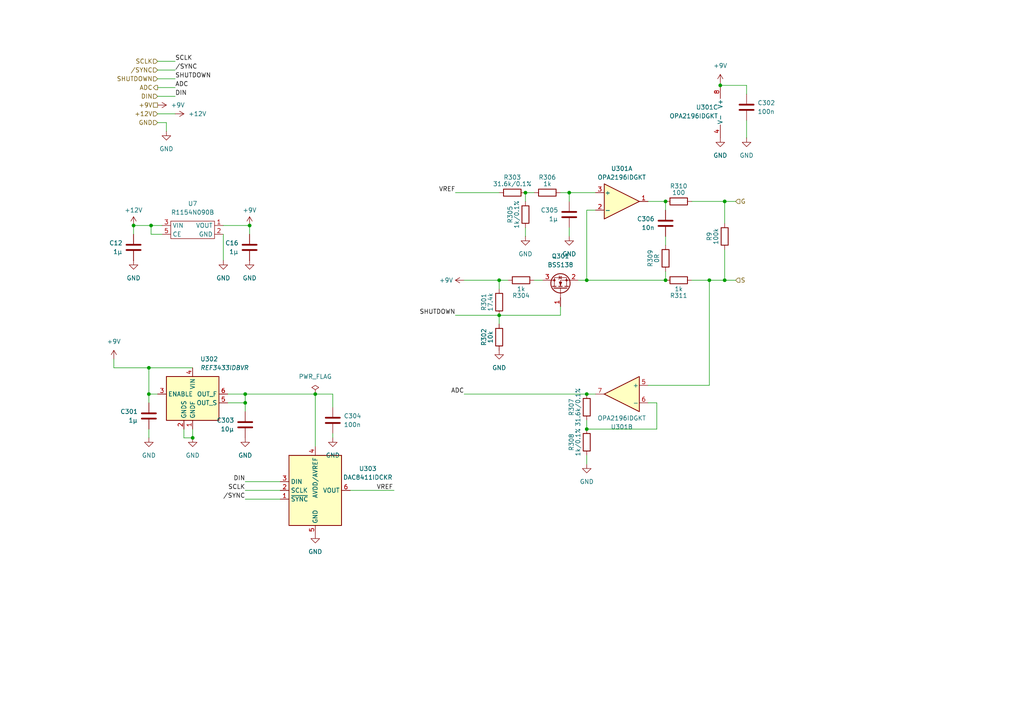
<source format=kicad_sch>
(kicad_sch (version 20250114) (generator "eeschema") (generator_version "9.0")
  (paper "A4")
  (lib_symbols
    (symbol "+12V_1" (power) (pin_numbers (hide yes)) (pin_names (offset 0) (hide yes))
      (property "Value" "+12V" (at 0 3.556 0))
      (symbol "+12V_1_0_1"
        (polyline (pts (xy -0.762 1.27) (xy 0 2.54)))
        (polyline (pts (xy 0 2.54) (xy 0.762 1.27)))
        (polyline (pts (xy 0 0) (xy 0 2.54)))
      )
      (symbol "+12V_1_1_1"
        (pin power_in line (at 0 0 90) (length 0) (name "~") (number "1"))
      )
    )
    (symbol "+9V_1" (power) (pin_numbers (hide yes)) (pin_names (offset 0) (hide yes))
      (property "Value" "+9V" (at 0 3.556 0))
      (symbol "+9V_1_0_1"
        (polyline (pts (xy -0.762 1.27) (xy 0 2.54)))
        (polyline (pts (xy 0 2.54) (xy 0.762 1.27)))
        (polyline (pts (xy 0 0) (xy 0 2.54)))
      )
      (symbol "+9V_1_1_1"
        (pin power_in line (at 0 0 90) (length 0) (name "~") (number "1"))
      )
    )
    (symbol "Amplifier_Operational:OPA2196xD" (pin_names (offset 0.127))
      (property "Reference" "U" (at 2.54 6.35 0))
      (property "Value" "OPA2196xD" (at 2.54 3.81 0))
      (symbol "OPA2196xD_1_1"
        (polyline (pts (xy 5.08 0) (xy -5.08 5.08) (xy -5.08 -5.08) (xy 5.08 0)) (stroke (width 0.254)) (fill (type background)))
        (pin input line (at -7.62 2.54 0) (length 2.54) (name "+") (number "3"))
        (pin input line (at -7.62 -2.54 0) (length 2.54) (name "-") (number "2"))
        (pin output line (at 7.62 0 180) (length 2.54) (name "~") (number "1"))
      )
      (symbol "OPA2196xD_2_1"
        (polyline (pts (xy 5.08 0) (xy -5.08 5.08) (xy -5.08 -5.08) (xy 5.08 0)) (stroke (width 0.254)) (fill (type background)))
        (pin input line (at -7.62 2.54 0) (length 2.54) (name "+") (number "5"))
        (pin input line (at -7.62 -2.54 0) (length 2.54) (name "-") (number "6"))
        (pin output line (at 7.62 0 180) (length 2.54) (name "~") (number "7"))
      )
      (symbol "OPA2196xD_3_1"
        (pin power_in line (at 0 7.62 270) (length 3.81) (name "V+") (number "8"))
        (pin power_in line (at 0 -7.62 90) (length 3.81) (name "V-") (number "4"))
      )
    )
    (symbol "Analog_DAC:DAC7311xDCK"
      (property "Reference" "U" (at -7.62 11.43 0))
      (property "Value" "DAC7311xDCK" (at 7.62 -11.43 0))
      (symbol "DAC7311xDCK_0_1"
        (rectangle (start -7.62 10.16) (end 7.62 -10.16) (stroke (width 0.254)) (fill (type background)))
      )
      (symbol "DAC7311xDCK_1_1"
        (pin input line (at -10.16 2.54 0) (length 2.54) (name "DIN") (number "3"))
        (pin input line (at -10.16 0 0) (length 2.54) (name "SCLK") (number "2"))
        (pin input line (at -10.16 -2.54 0) (length 2.54) (name "~{SYNC}") (number "1"))
        (pin power_in line (at 0 12.7 270) (length 2.54) (name "AVDD/AVREF") (number "4"))
        (pin power_in line (at 0 -12.7 90) (length 2.54) (name "GND") (number "5"))
        (pin output line (at 10.16 0 180) (length 2.54) (name "VOUT") (number "6"))
      )
    )
    (symbol "Device:C" (pin_numbers (hide yes)) (pin_names (offset 0.254))
      (property "Reference" "C" (at 0.635 2.54 0))
      (property "Value" "C" (at 0.635 -2.54 0))
      (symbol "C_0_1"
        (polyline (pts (xy -2.032 0.762) (xy 2.032 0.762)) (stroke (width 0.508)))
        (polyline (pts (xy -2.032 -0.762) (xy 2.032 -0.762)) (stroke (width 0.508)))
      )
      (symbol "C_1_1"
        (pin passive line (at 0 3.81 270) (length 2.794) (name "~") (number "1"))
        (pin passive line (at 0 -3.81 90) (length 2.794) (name "~") (number "2"))
      )
    )
    (symbol "Device:R" (pin_numbers (hide yes)) (pin_names (offset 0))
      (property "Reference" "R" (at 2.032 0 90))
      (property "Value" "R" (at 0 0 90))
      (symbol "R_0_1"
        (rectangle (start -1.016 -2.54) (end 1.016 2.54) (stroke (width 0.254)))
      )
      (symbol "R_1_1"
        (pin passive line (at 0 3.81 270) (length 1.27) (name "~") (number "1"))
        (pin passive line (at 0 -3.81 90) (length 1.27) (name "~") (number "2"))
      )
    )
    (symbol "Reference_Voltage:REF3212AMDBVREP"
      (property "Reference" "U" (at 1.27 8.89 0))
      (property "Value" "REF3212AMDBVREP" (at 1.27 6.35 0))
      (symbol "REF3212AMDBVREP_0_1"
        (rectangle (start -7.62 5.08) (end 7.62 -7.62) (stroke (width 0.254)) (fill (type background)))
      )
      (symbol "REF3212AMDBVREP_1_1"
        (pin input line (at -10.16 0 0) (length 2.54) (name "ENABLE") (number "3"))
        (pin input line (at -2.54 -10.16 90) (length 2.54) (name "GNDS") (number "2"))
        (pin power_in line (at 0 7.62 270) (length 2.54) (name "VIN") (number "4"))
        (pin power_in line (at 0 -10.16 90) (length 2.54) (name "GNDF") (number "1"))
        (pin output line (at 10.16 0 180) (length 2.54) (name "OUT_F") (number "6"))
        (pin input line (at 10.16 -2.54 180) (length 2.54) (name "OUT_S") (number "5"))
      )
    )
    (symbol "Transistor_FET:BSS138" (pin_names (hide yes))
      (property "Reference" "Q" (at 5.08 1.905 0))
      (property "Value" "BSS138" (at 5.08 0 0))
      (symbol "BSS138_0_1"
        (polyline (pts (xy 0.254 1.905) (xy 0.254 -1.905)) (stroke (width 0.254)))
        (polyline (pts (xy 0.254 0) (xy -2.54 0)))
        (polyline (pts (xy 0.762 2.286) (xy 0.762 1.27)) (stroke (width 0.254)))
        (polyline (pts (xy 0.762 0.508) (xy 0.762 -0.508)) (stroke (width 0.254)))
        (polyline (pts (xy 0.762 -1.27) (xy 0.762 -2.286)) (stroke (width 0.254)))
        (polyline (pts (xy 0.762 -1.778) (xy 3.302 -1.778) (xy 3.302 1.778) (xy 0.762 1.778)))
        (polyline (pts (xy 1.016 0) (xy 2.032 0.381) (xy 2.032 -0.381) (xy 1.016 0)) (fill (type outline)))
        (circle (center 1.651 0) (radius 2.794) (stroke (width 0.254)))
        (polyline (pts (xy 2.54 2.54) (xy 2.54 1.778)))
        (circle (center 2.54 1.778) (radius 0.254) (fill (type outline)))
        (circle (center 2.54 -1.778) (radius 0.254) (fill (type outline)))
        (polyline (pts (xy 2.54 -2.54) (xy 2.54 0) (xy 0.762 0)))
        (polyline (pts (xy 2.794 0.508) (xy 2.921 0.381) (xy 3.683 0.381) (xy 3.81 0.254)))
        (polyline (pts (xy 3.302 0.381) (xy 2.921 -0.254) (xy 3.683 -0.254) (xy 3.302 0.381)))
      )
      (symbol "BSS138_1_1"
        (pin input line (at -5.08 0 0) (length 2.54) (name "G") (number "1"))
        (pin passive line (at 2.54 5.08 270) (length 2.54) (name "D") (number "3"))
        (pin passive line (at 2.54 -5.08 90) (length 2.54) (name "S") (number "2"))
      )
    )
    (symbol "mylib7:R1154x"
      (property "Reference" "U" (at -3.81 3.81 0))
      (property "Value" "R1154x" (at -2.54 -3.81 0))
      (symbol "R1154x_0_1"
        (rectangle (start -6.35 2.54) (end 6.35 -2.54))
      )
      (symbol "R1154x_1_1"
        (pin power_in line (at -8.89 1.27 0) (length 2.54) (name "VIN") (number "3"))
        (pin input line (at -8.89 -1.27 0) (length 2.54) (name "CE") (number "5"))
        (pin power_out line (at 8.89 1.27 180) (length 2.54) (name "VOUT") (number "1"))
        (pin power_in line (at 8.89 -1.27 180) (length 2.54) (name "GND") (number "2"))
      )
    )
    (symbol "power:+12V" (power) (pin_names (offset 0))
      (property "Value" "+12V" (at 0 3.556 0))
      (symbol "+12V_0_1"
        (polyline (pts (xy -0.762 1.27) (xy 0 2.54)))
        (polyline (pts (xy 0 2.54) (xy 0.762 1.27)))
        (polyline (pts (xy 0 0) (xy 0 2.54)))
      )
      (symbol "+12V_1_1"
        (pin power_in line (at 0 0 90) (length 0) (hide yes) (name "+12V") (number "1"))
      )
    )
    (symbol "power:+9V" (power) (pin_names (offset 0))
      (property "Value" "+9V" (at 0 3.556 0))
      (symbol "+9V_0_1"
        (polyline (pts (xy -0.762 1.27) (xy 0 2.54)))
        (polyline (pts (xy 0 2.54) (xy 0.762 1.27)))
        (polyline (pts (xy 0 0) (xy 0 2.54)))
      )
      (symbol "+9V_1_1"
        (pin power_in line (at 0 0 90) (length 0) (hide yes) (name "+9V") (number "1"))
      )
    )
    (symbol "power:GND" (power) (pin_numbers (hide yes)) (pin_names (offset 0) (hide yes))
      (property "Value" "GND" (at 0 -3.81 0))
      (symbol "GND_0_1"
        (polyline (pts (xy 0 0) (xy 0 -1.27) (xy 1.27 -1.27) (xy 0 -2.54) (xy -1.27 -1.27) (xy 0 -1.27)))
      )
      (symbol "GND_1_1"
        (pin power_in line (at 0 0 270) (length 0) (name "~") (number "1"))
      )
    )
    (symbol "power:PWR_FLAG" (power) (pin_numbers (hide yes)) (pin_names (offset 0) (hide yes))
      (property "Value" "PWR_FLAG" (at 0 3.81 0))
      (symbol "PWR_FLAG_0_0"
        (pin power_out line (at 0 0 90) (length 0) (name "~") (number "1"))
      )
      (symbol "PWR_FLAG_0_1"
        (polyline (pts (xy 0 0) (xy 0 1.27) (xy -1.016 1.905) (xy 0 2.54) (xy 1.016 1.905) (xy 0 1.27)))
      )
    )
  )
  (junction (at 170.18 124.46))
  (junction (at 170.18 81.28))
  (junction (at 43.18 106.68))
  (junction (at 144.78 81.28))
  (junction (at 165.1 55.88))
  (junction (at 210.185 81.28))
  (junction (at 208.915 24.765))
  (junction (at 43.815 65.405))
  (junction (at 205.74 81.28))
  (junction (at 193.04 81.28))
  (junction (at 71.12 116.84))
  (junction (at 38.735 65.405))
  (junction (at 152.4 55.88))
  (junction (at 55.88 127))
  (junction (at 170.18 114.3))
  (junction (at 72.39 65.405))
  (junction (at 71.12 114.3))
  (junction (at 210.185 58.42))
  (junction (at 43.18 114.3))
  (junction (at 91.44 114.3))
  (junction (at 144.78 91.44))
  (junction (at 193.04 58.42))
  (wire (pts (xy 66.04 114.3) (xy 71.12 114.3)))
  (wire (pts (xy 43.815 67.945) (xy 46.99 67.945)))
  (wire (pts (xy 210.185 81.28) (xy 213.36 81.28)))
  (wire (pts (xy 134.62 81.28) (xy 144.78 81.28)))
  (wire (pts (xy 43.18 124.46) (xy 43.18 127)))
  (wire (pts (xy 48.26 35.56) (xy 48.26 38.1)))
  (wire (pts (xy 72.39 65.405) (xy 72.39 67.945)))
  (wire (pts (xy 45.72 35.56) (xy 48.26 35.56)))
  (wire (pts (xy 170.18 81.28) (xy 193.04 81.28)))
  (wire (pts (xy 216.535 24.765) (xy 216.535 27.305)))
  (wire (pts (xy 170.18 81.28) (xy 170.18 60.96)))
  (wire (pts (xy 134.62 114.3) (xy 170.18 114.3)))
  (wire (pts (xy 53.34 127) (xy 55.88 127)))
  (wire (pts (xy 33.02 106.68) (xy 33.02 104.14)))
  (wire (pts (xy 210.185 72.39) (xy 210.185 81.28)))
  (wire (pts (xy 71.12 139.7) (xy 81.28 139.7)))
  (wire (pts (xy 167.64 81.28) (xy 170.18 81.28)))
  (wire (pts (xy 190.5 124.46) (xy 190.5 116.84)))
  (wire (pts (xy 144.78 91.44) (xy 162.56 91.44)))
  (wire (pts (xy 216.535 34.925) (xy 216.535 40.005)))
  (wire (pts (xy 170.18 121.92) (xy 170.18 124.46)))
  (wire (pts (xy 170.18 60.96) (xy 172.72 60.96)))
  (wire (pts (xy 193.04 68.58) (xy 193.04 71.12)))
  (wire (pts (xy 165.1 66.04) (xy 165.1 68.58)))
  (wire (pts (xy 45.72 27.94) (xy 50.8 27.94)))
  (wire (pts (xy 165.1 55.88) (xy 165.1 58.42)))
  (wire (pts (xy 71.12 142.24) (xy 81.28 142.24)))
  (wire (pts (xy 33.02 106.68) (xy 43.18 106.68)))
  (wire (pts (xy 64.77 65.405) (xy 72.39 65.405)))
  (wire (pts (xy 45.72 25.4) (xy 50.8 25.4)))
  (wire (pts (xy 55.88 124.46) (xy 55.88 127)))
  (wire (pts (xy 43.815 65.405) (xy 46.99 65.405)))
  (wire (pts (xy 152.4 66.04) (xy 152.4 68.58)))
  (wire (pts (xy 45.72 33.02) (xy 50.8 33.02)))
  (wire (pts (xy 210.185 58.42) (xy 210.185 64.77)))
  (wire (pts (xy 144.78 81.28) (xy 144.78 83.82)))
  (wire (pts (xy 71.12 144.78) (xy 81.28 144.78)))
  (wire (pts (xy 101.6 142.24) (xy 114.3 142.24)))
  (wire (pts (xy 200.66 81.28) (xy 205.74 81.28)))
  (wire (pts (xy 170.18 132.08) (xy 170.18 134.62)))
  (wire (pts (xy 154.94 81.28) (xy 157.48 81.28)))
  (wire (pts (xy 193.04 58.42) (xy 193.04 60.96)))
  (wire (pts (xy 38.735 65.405) (xy 38.735 67.945)))
  (wire (pts (xy 71.12 116.84) (xy 71.12 119.38)))
  (wire (pts (xy 205.74 81.28) (xy 210.185 81.28)))
  (wire (pts (xy 190.5 116.84) (xy 187.96 116.84)))
  (wire (pts (xy 43.18 114.3) (xy 43.18 116.84)))
  (wire (pts (xy 170.18 124.46) (xy 190.5 124.46)))
  (wire (pts (xy 45.72 22.86) (xy 50.8 22.86)))
  (wire (pts (xy 53.34 124.46) (xy 53.34 127)))
  (wire (pts (xy 43.18 106.68) (xy 55.88 106.68)))
  (wire (pts (xy 210.185 58.42) (xy 213.36 58.42)))
  (wire (pts (xy 43.815 65.405) (xy 38.735 65.405)))
  (wire (pts (xy 71.12 114.3) (xy 91.44 114.3)))
  (wire (pts (xy 132.08 55.88) (xy 144.78 55.88)))
  (wire (pts (xy 165.1 55.88) (xy 172.72 55.88)))
  (wire (pts (xy 43.18 114.3) (xy 45.72 114.3)))
  (wire (pts (xy 187.96 58.42) (xy 193.04 58.42)))
  (wire (pts (xy 172.72 114.3) (xy 170.18 114.3)))
  (wire (pts (xy 193.04 78.74) (xy 193.04 81.28)))
  (wire (pts (xy 66.04 116.84) (xy 71.12 116.84)))
  (wire (pts (xy 96.52 114.3) (xy 91.44 114.3)))
  (wire (pts (xy 43.815 67.945) (xy 43.815 65.405)))
  (wire (pts (xy 162.56 91.44) (xy 162.56 88.9)))
  (wire (pts (xy 45.72 17.78) (xy 50.8 17.78)))
  (wire (pts (xy 96.52 125.73) (xy 96.52 127)))
  (wire (pts (xy 132.08 91.44) (xy 144.78 91.44)))
  (wire (pts (xy 71.12 114.3) (xy 71.12 116.84)))
  (wire (pts (xy 205.74 111.76) (xy 205.74 81.28)))
  (wire (pts (xy 64.77 75.565) (xy 64.77 67.945)))
  (wire (pts (xy 152.4 55.88) (xy 152.4 58.42)))
  (wire (pts (xy 91.44 114.3) (xy 91.44 129.54)))
  (wire (pts (xy 208.915 24.765) (xy 216.535 24.765)))
  (wire (pts (xy 144.78 91.44) (xy 144.78 93.98)))
  (wire (pts (xy 187.96 111.76) (xy 205.74 111.76)))
  (wire (pts (xy 162.56 55.88) (xy 165.1 55.88)))
  (wire (pts (xy 45.72 20.32) (xy 50.8 20.32)))
  (wire (pts (xy 208.915 24.765) (xy 208.915 24.13)))
  (wire (pts (xy 144.78 81.28) (xy 147.32 81.28)))
  (wire (pts (xy 152.4 55.88) (xy 154.94 55.88)))
  (wire (pts (xy 43.18 114.3) (xy 43.18 106.68)))
  (wire (pts (xy 200.66 58.42) (xy 210.185 58.42)))
  (wire (pts (xy 96.52 118.11) (xy 96.52 114.3)))
  (label "ADC" (at 50.8 25.4 0))
  (label "{slash}SYNC" (at 71.12 144.78 180))
  (label "VREF" (at 132.08 55.88 180))
  (label "{slash}SYNC" (at 50.8 20.32 0))
  (label "SHUTDOWN" (at 132.08 91.44 180))
  (label "DIN" (at 50.8 27.94 0))
  (label "DIN" (at 71.12 139.7 180))
  (label "SCLK" (at 71.12 142.24 180))
  (label "VREF" (at 109.22 142.24 0))
  (label "SHUTDOWN" (at 50.8 22.86 0))
  (label "SCLK" (at 50.8 17.78 0))
  (label "ADC" (at 134.62 114.3 180))
  (hierarchical_label "SCLK" (shape input) (at 45.72 17.78 180))
  (hierarchical_label "SHUTDOWN" (shape input) (at 45.72 22.86 180))
  (hierarchical_label "+9V" (shape passive) (at 45.72 30.48 180))
  (hierarchical_label "ADC" (shape output) (at 45.72 25.4 180))
  (hierarchical_label "DIN" (shape input) (at 45.72 27.94 180))
  (hierarchical_label "GND" (shape input) (at 45.72 35.56 180))
  (hierarchical_label "S" (shape input) (at 213.36 81.28 0))
  (hierarchical_label "{slash}SYNC" (shape input) (at 45.72 20.32 180))
  (hierarchical_label "+12V" (shape input) (at 45.72 33.02 180))
  (hierarchical_label "G" (shape input) (at 213.36 58.42 0))
  (symbol (lib_id "Device:R") (at 148.59 55.88 270) (mirror x) (unit 1)
    (property "Reference" "R203" (at 148.59 51.435 90))
    (property "Value" "31.6k/0.1%" (at 148.59 53.34 90))
    (property "Footprint" "Resistor_SMD:R_0603_1608Metric" (effects (hide yes)))
    (property "Distributor" "D" (effects (hide yes)))
    (property "Manufacturer" "RG2012P-3162-B-T5" (effects (hide yes)))
    (property "OrderNr" "RG20P31.6KBCT-ND" (effects (hide yes)))
    (instances (project "eload-pwr" (path "" (reference "R303") (unit 1)) (path "" (reference "R403") (unit 1)) (path "" (reference "R203") (unit 1)) (path "" (reference "R503") (unit 1))))
  )
  (symbol (lib_id "Device:R") (at 151.13 81.28 90) (mirror x) (unit 1)
    (property "Reference" "R204" (at 151.13 85.725 90))
    (property "Value" "1k" (at 151.13 83.82 90))
    (property "Footprint" "Resistor_SMD:R_0603_1608Metric" (effects (hide yes)))
    (instances (project "eload-pwr" (path "" (reference "R304") (unit 1)) (path "" (reference "R404") (unit 1)) (path "" (reference "R204") (unit 1)) (path "" (reference "R504") (unit 1))))
  )
  (symbol (lib_id "Device:R") (at 210.185 68.58 180) (unit 1)
    (property "Reference" "R7" (at 205.74 68.58 90))
    (property "Value" "100k" (at 207.645 68.58 90))
    (property "Footprint" "Resistor_SMD:R_0603_1608Metric" (effects (hide yes)))
    (instances (project "eload-pwr" (path "" (reference "R9") (unit 1)) (path "" (reference "R10") (unit 1)) (path "" (reference "R7") (unit 1)) (path "" (reference "R11") (unit 1))))
  )
  (symbol (lib_id "Device:C") (at 43.18 120.65 0) (mirror y) (unit 1)
    (property "Reference" "C201" (at 40.005 119.38 0) (effects (justify left)))
    (property "Value" "1µ" (at 40.005 121.92 0) (effects (justify left)))
    (property "Footprint" "Capacitor_SMD:C_0603_1608Metric" (effects (hide yes)))
    (instances (project "eload-pwr" (path "" (reference "C301") (unit 1)) (path "" (reference "C401") (unit 1)) (path "" (reference "C201") (unit 1)) (path "" (reference "C501") (unit 1))))
  )
  (symbol (lib_id "power:GND") (at 72.39 75.565 0) (unit 1)
    (property "Reference" "#PWR050" (effects (hide yes)))
    (property "Value" "GND" (at 72.39 80.645 0))
    (property "Description" "Power symbol creates a global label with name \"GND\" , ground" (effects (hide yes)))
    (instances (project "eload-pwr" (path "" (reference "#PWR075") (unit 1)) (path "" (reference "#PWR080") (unit 1)) (path "" (reference "#PWR050") (unit 1)) (path "" (reference "#PWR085") (unit 1))))
  )
  (symbol (lib_id "power:GND") (at 216.535 40.005 0) (unit 1)
    (property "Reference" "#PWR0208" (effects (hide yes)))
    (property "Value" "GND" (at 216.535 45.085 0))
    (property "Description" "Power symbol creates a global label with name \"GND\" , ground" (effects (hide yes)))
    (instances (project "eload-pwr" (path "" (reference "#PWR0308") (unit 1)) (path "" (reference "#PWR0408") (unit 1)) (path "" (reference "#PWR0208") (unit 1)) (path "" (reference "#PWR0508") (unit 1))))
  )
  (symbol (lib_id "power:+9V") (at 72.39 65.405 0) (unit 1)
    (property "Reference" "#PWR042" (effects (hide yes)))
    (property "Value" "+9V" (at 72.39 60.96 0))
    (instances (project "eload-pwr" (path "" (reference "#PWR074") (unit 1)) (path "" (reference "#PWR079") (unit 1)) (path "" (reference "#PWR042") (unit 1)) (path "" (reference "#PWR084") (unit 1))))
  )
  (symbol (lib_id "mylib7:R1154x") (at 55.88 66.675 0) (unit 1)
    (property "Reference" "U6" (at 55.88 59.055 0))
    (property "Value" "R1154N090B" (at 55.88 61.595 0))
    (property "Footprint" "Package_TO_SOT_SMD:SOT-23-5" (effects (hide yes)))
    (property "Distributor" "D" (effects (hide yes)))
    (property "Manufacturer" "R1154N090B-TR-FE" (effects (hide yes)))
    (property "OrderNr" "2129-R1154N090B-TR-FECT-ND" (effects (hide yes)))
    (instances (project "eload-pwr" (path "" (reference "U7") (unit 1)) (path "" (reference "U8") (unit 1)) (path "" (reference "U6") (unit 1)) (path "" (reference "U9") (unit 1))))
  )
  (symbol (lib_id "Transistor_FET:BSS138") (at 162.56 83.82 90) (unit 1)
    (property "Reference" "Q201" (at 162.56 74.295 90))
    (property "Value" "BSS138" (at 162.56 76.835 90))
    (property "Footprint" "Package_TO_SOT_SMD:SOT-23" (effects (hide yes)))
    (property "Datasheet" "https://www.onsemi.com/pub/Collateral/BSS138-D.PDF" (effects (hide yes)))
    (property "Distributor" "D" (effects (hide yes)))
    (property "Manufacturer" "BSS138" (effects (hide yes)))
    (property "OrderNr" "4530-BSS138CT-ND" (effects (hide yes)))
    (instances (project "eload-pwr" (path "" (reference "Q301") (unit 1)) (path "" (reference "Q401") (unit 1)) (path "" (reference "Q201") (unit 1)) (path "" (reference "Q501") (unit 1))))
  )
  (symbol (lib_id "power:GND") (at 144.78 101.6 0) (unit 1)
    (property "Reference" "#PWR0213" (effects (hide yes)))
    (property "Value" "GND" (at 144.78 106.68 0))
    (property "Description" "Power symbol creates a global label with name \"GND\" , ground" (effects (hide yes)))
    (instances (project "eload-pwr" (path "" (reference "#PWR0313") (unit 1)) (path "" (reference "#PWR0413") (unit 1)) (path "" (reference "#PWR0213") (unit 1)) (path "" (reference "#PWR0513") (unit 1))))
  )
  (symbol (lib_id "Device:R") (at 152.4 62.23 180) (unit 1)
    (property "Reference" "R205" (at 147.955 62.23 90))
    (property "Value" "1k/0.1%" (at 149.86 62.23 90))
    (property "Footprint" "Resistor_SMD:R_0603_1608Metric" (effects (hide yes)))
    (property "Distributor" "D" (effects (hide yes)))
    (property "Manufacturer" "RG2012P-102-B-T5" (effects (hide yes)))
    (property "OrderNr" "RG20P1.0KBCT-ND" (effects (hide yes)))
    (instances (project "eload-pwr" (path "" (reference "R305") (unit 1)) (path "" (reference "R405") (unit 1)) (path "" (reference "R205") (unit 1)) (path "" (reference "R505") (unit 1))))
  )
  (symbol (lib_id "Device:C") (at 71.12 123.19 0) (mirror y) (unit 1)
    (property "Reference" "C203" (at 67.945 121.92 0) (effects (justify left)))
    (property "Value" "10µ" (at 67.945 124.46 0) (effects (justify left)))
    (property "Footprint" "Capacitor_SMD:C_0603_1608Metric" (effects (hide yes)))
    (instances (project "eload-pwr" (path "" (reference "C303") (unit 1)) (path "" (reference "C403") (unit 1)) (path "" (reference "C203") (unit 1)) (path "" (reference "C503") (unit 1))))
  )
  (symbol (lib_id "power:GND") (at 152.4 68.58 0) (unit 1)
    (property "Reference" "#PWR0214" (effects (hide yes)))
    (property "Value" "GND" (at 152.4 73.66 0))
    (property "Description" "Power symbol creates a global label with name \"GND\" , ground" (effects (hide yes)))
    (instances (project "eload-pwr" (path "" (reference "#PWR0314") (unit 1)) (path "" (reference "#PWR0414") (unit 1)) (path "" (reference "#PWR0214") (unit 1)) (path "" (reference "#PWR0514") (unit 1))))
  )
  (symbol (lib_id "power:PWR_FLAG") (at 91.44 114.3 0) (unit 1)
    (property "Reference" "#FLG08" (effects (hide yes)))
    (property "Value" "PWR_FLAG" (at 91.44 109.22 0))
    (property "Description" "Special symbol for telling ERC where power comes from" (effects (hide yes)))
    (instances (project "eload-pwr" (path "" (reference "#FLG09") (unit 1)) (path "" (reference "#FLG010") (unit 1)) (path "" (reference "#FLG08") (unit 1)) (path "" (reference "#FLG011") (unit 1))))
  )
  (symbol (lib_id "Amplifier_Operational:OPA2196xD") (at 180.34 114.3 0) (mirror y) (unit 2)
    (property "Reference" "U201" (at 180.34 123.825 0))
    (property "Value" "OPA2196IDGKT" (at 180.34 121.285 0))
    (property "Footprint" "Package_SO:VSSOP-8_3.0x3.0mm_P0.65mm" (effects (hide yes)))
    (property "Datasheet" "http://www.ti.com/lit/ds/symlink/opa4196.pdf" (effects (hide yes)))
    (property "Distributor" "D" (effects (hide yes)))
    (property "Manufacturer" "OPA2196IDGKT" (effects (hide yes)))
    (property "OrderNr" "296-48158-1-ND" (effects (hide yes)))
    (instances (project "eload-pwr" (path "" (reference "U301") (unit 2)) (path "" (reference "U401") (unit 2)) (path "" (reference "U201") (unit 2)) (path "" (reference "U501") (unit 2))))
  )
  (symbol (lib_id "power:+9V") (at 33.02 104.14 0) (unit 1)
    (property "Reference" "#PWR0203" (effects (hide yes)))
    (property "Value" "+9V" (at 33.02 99.06 0))
    (instances (project "eload-pwr" (path "" (reference "#PWR0303") (unit 1)) (path "" (reference "#PWR0403") (unit 1)) (path "" (reference "#PWR0203") (unit 1)) (path "" (reference "#PWR0503") (unit 1))))
  )
  (symbol (lib_id "Device:R") (at 144.78 97.79 0) (mirror y) (unit 1)
    (property "Reference" "R202" (at 140.335 97.79 90))
    (property "Value" "10k" (at 142.24 97.79 90))
    (property "Footprint" "Resistor_SMD:R_0603_1608Metric" (effects (hide yes)))
    (instances (project "eload-pwr" (path "" (reference "R302") (unit 1)) (path "" (reference "R402") (unit 1)) (path "" (reference "R202") (unit 1)) (path "" (reference "R502") (unit 1))))
  )
  (symbol (lib_id "power:GND") (at 64.77 75.565 0) (unit 1)
    (property "Reference" "#PWR040" (effects (hide yes)))
    (property "Value" "GND" (at 64.77 80.645 0))
    (property "Description" "Power symbol creates a global label with name \"GND\" , ground" (effects (hide yes)))
    (instances (project "eload-pwr" (path "" (reference "#PWR073") (unit 1)) (path "" (reference "#PWR078") (unit 1)) (path "" (reference "#PWR040") (unit 1)) (path "" (reference "#PWR083") (unit 1))))
  )
  (symbol (lib_name "+9V_1") (lib_id "power:+9V") (at 45.72 30.48 270) (unit 1)
    (property "Reference" "#PWR089" (effects (hide yes)))
    (property "Value" "+9V" (at 49.53 30.4799 90) (effects (justify left)))
    (property "Description" "Power symbol creates a global label with name \"+9V\"" (effects (hide yes)))
    (instances (project "eload-pwr" (path "" (reference "#PWR090") (unit 1)) (path "" (reference "#PWR091") (unit 1)) (path "" (reference "#PWR089") (unit 1)) (path "" (reference "#PWR092") (unit 1))))
  )
  (symbol (lib_id "Device:C") (at 165.1 62.23 0) (mirror y) (unit 1)
    (property "Reference" "C205" (at 161.925 60.96 0) (effects (justify left)))
    (property "Value" "1µ" (at 161.925 63.5 0) (effects (justify left)))
    (property "Footprint" "Capacitor_SMD:C_0603_1608Metric" (effects (hide yes)))
    (instances (project "eload-pwr" (path "" (reference "C305") (unit 1)) (path "" (reference "C405") (unit 1)) (path "" (reference "C205") (unit 1)) (path "" (reference "C505") (unit 1))))
  )
  (symbol (lib_id "power:+9V") (at 208.915 24.13 0) (unit 1)
    (property "Reference" "#PWR0204" (effects (hide yes)))
    (property "Value" "+9V" (at 208.915 19.05 0))
    (instances (project "eload-pwr" (path "" (reference "#PWR0304") (unit 1)) (path "" (reference "#PWR0404") (unit 1)) (path "" (reference "#PWR0204") (unit 1)) (path "" (reference "#PWR0504") (unit 1))))
  )
  (symbol (lib_id "Reference_Voltage:REF3212AMDBVREP") (at 55.88 114.3 0) (unit 1)
    (property "Reference" "U202" (at 58.0741 104.14 0) (effects (justify left)))
    (property "Value" "REF3433IDBVR" (at 58.0741 106.68 0) (effects (font (italic yes)) (justify left)))
    (property "Footprint" "Package_TO_SOT_SMD:SOT-23-6" (effects (hide yes)))
    (property "Datasheet" "http://www.ti.com/lit/ds/symlink/ref3240-ep.pdf" (effects (hide yes)))
    (property "Description" "1.25V 100μA Micropower Precision Voltage Reference, SOT-23-6" (effects (hide yes)))
    (property "Distributor" "D" (effects (hide yes)))
    (property "Manufacturer" "REF3433IDBVR" (effects (hide yes)))
    (property "OrderNr" "296-49859-1-ND" (effects (hide yes)))
    (instances (project "eload-pwr" (path "" (reference "U302") (unit 1)) (path "" (reference "U402") (unit 1)) (path "" (reference "U202") (unit 1)) (path "" (reference "U502") (unit 1))))
  )
  (symbol (lib_id "Device:R") (at 158.75 55.88 90) (unit 1)
    (property "Reference" "R206" (at 158.75 51.435 90))
    (property "Value" "1k" (at 158.75 53.34 90))
    (property "Footprint" "Resistor_SMD:R_0603_1608Metric" (effects (hide yes)))
    (instances (project "eload-pwr" (path "" (reference "R306") (unit 1)) (path "" (reference "R406") (unit 1)) (path "" (reference "R206") (unit 1)) (path "" (reference "R506") (unit 1))))
  )
  (symbol (lib_id "Device:R") (at 170.18 118.11 0) (mirror y) (unit 1)
    (property "Reference" "R207" (at 165.735 118.11 90))
    (property "Value" "31.6k/0.1%" (at 167.64 118.11 90))
    (property "Footprint" "Resistor_SMD:R_0603_1608Metric" (effects (hide yes)))
    (property "Distributor" "D" (effects (hide yes)))
    (property "Manufacturer" "RG2012P-3162-B-T5" (effects (hide yes)))
    (property "OrderNr" "RG20P31.6KBCT-ND" (effects (hide yes)))
    (instances (project "eload-pwr" (path "" (reference "R307") (unit 1)) (path "" (reference "R407") (unit 1)) (path "" (reference "R207") (unit 1)) (path "" (reference "R507") (unit 1))))
  )
  (symbol (lib_id "Device:C") (at 96.52 121.92 0) (unit 1)
    (property "Reference" "C204" (at 99.695 120.65 0) (effects (justify left)))
    (property "Value" "100n" (at 99.695 123.19 0) (effects (justify left)))
    (property "Footprint" "Capacitor_SMD:C_0603_1608Metric" (effects (hide yes)))
    (instances (project "eload-pwr" (path "" (reference "C304") (unit 1)) (path "" (reference "C404") (unit 1)) (path "" (reference "C204") (unit 1)) (path "" (reference "C504") (unit 1))))
  )
  (symbol (lib_id "Device:C") (at 38.735 71.755 0) (mirror y) (unit 1)
    (property "Reference" "C8" (at 35.56 70.485 0) (effects (justify left)))
    (property "Value" "1µ" (at 35.56 73.025 0) (effects (justify left)))
    (property "Footprint" "Capacitor_SMD:C_0603_1608Metric" (effects (hide yes)))
    (instances (project "eload-pwr" (path "" (reference "C12") (unit 1)) (path "" (reference "C17") (unit 1)) (path "" (reference "C8") (unit 1)) (path "" (reference "C22") (unit 1))))
  )
  (symbol (lib_id "power:GND") (at 71.12 127 0) (unit 1)
    (property "Reference" "#PWR0209" (effects (hide yes)))
    (property "Value" "GND" (at 71.12 132.08 0))
    (property "Description" "Power symbol creates a global label with name \"GND\" , ground" (effects (hide yes)))
    (instances (project "eload-pwr" (path "" (reference "#PWR0309") (unit 1)) (path "" (reference "#PWR0409") (unit 1)) (path "" (reference "#PWR0209") (unit 1)) (path "" (reference "#PWR0509") (unit 1))))
  )
  (symbol (lib_id "Device:R") (at 170.18 128.27 0) (mirror y) (unit 1)
    (property "Reference" "R208" (at 165.735 128.27 90))
    (property "Value" "1k/0.1%" (at 167.64 128.27 90))
    (property "Footprint" "Resistor_SMD:R_0603_1608Metric" (effects (hide yes)))
    (property "Distributor" "D" (effects (hide yes)))
    (property "Manufacturer" "RG2012P-102-B-T5" (effects (hide yes)))
    (property "OrderNr" "RG20P1.0KBCT-ND" (effects (hide yes)))
    (instances (project "eload-pwr" (path "" (reference "R308") (unit 1)) (path "" (reference "R408") (unit 1)) (path "" (reference "R208") (unit 1)) (path "" (reference "R508") (unit 1))))
  )
  (symbol (lib_id "Device:C") (at 72.39 71.755 0) (mirror y) (unit 1)
    (property "Reference" "C9" (at 69.215 70.485 0) (effects (justify left)))
    (property "Value" "1µ" (at 69.215 73.025 0) (effects (justify left)))
    (property "Footprint" "Capacitor_SMD:C_0603_1608Metric" (effects (hide yes)))
    (instances (project "eload-pwr" (path "" (reference "C16") (unit 1)) (path "" (reference "C21") (unit 1)) (path "" (reference "C9") (unit 1)) (path "" (reference "C23") (unit 1))))
  )
  (symbol (lib_id "power:GND") (at 91.44 154.94 0) (unit 1)
    (property "Reference" "#PWR0210" (effects (hide yes)))
    (property "Value" "GND" (at 91.44 160.02 0))
    (property "Description" "Power symbol creates a global label with name \"GND\" , ground" (effects (hide yes)))
    (instances (project "eload-pwr" (path "" (reference "#PWR0310") (unit 1)) (path "" (reference "#PWR0410") (unit 1)) (path "" (reference "#PWR0210") (unit 1)) (path "" (reference "#PWR0510") (unit 1))))
  )
  (symbol (lib_id "Analog_DAC:DAC7311xDCK") (at 91.44 142.24 0) (unit 1)
    (property "Reference" "U203" (at 106.68 135.9214 0))
    (property "Value" "DAC8411IDCKR" (at 106.68 138.4614 0))
    (property "Footprint" "Package_TO_SOT_SMD:SOT-363_SC-70-6" (effects (hide yes)))
    (property "Datasheet" "https://www.ti.com/lit/ds/symlink/dac5311.pdf" (effects (hide yes)))
    (property "Description" "12-Bit, Single-Channel, Voltage Output, Serial Interface Digital-to-Analog Converters, SC-70" (effects (hide yes)))
    (property "Distributor" "D" (effects (hide yes)))
    (property "Manufacturer" "DAC8411IDCKR" (effects (hide yes)))
    (property "OrderNr" "296-DAC8411IDCKRCT-ND" (effects (hide yes)))
    (instances (project "eload-pwr" (path "" (reference "U303") (unit 1)) (path "" (reference "U403") (unit 1)) (path "" (reference "U203") (unit 1)) (path "" (reference "U503") (unit 1))))
  )
  (symbol (lib_id "power:+9V") (at 134.62 81.28 90) (unit 1)
    (property "Reference" "#PWR0212" (effects (hide yes)))
    (property "Value" "+9V" (at 131.445 81.28 90) (effects (justify left)))
    (instances (project "eload-pwr" (path "" (reference "#PWR0312") (unit 1)) (path "" (reference "#PWR0412") (unit 1)) (path "" (reference "#PWR0212") (unit 1)) (path "" (reference "#PWR0512") (unit 1))))
  )
  (symbol (lib_id "power:GND") (at 208.915 40.005 0) (unit 1)
    (property "Reference" "#PWR0206" (effects (hide yes)))
    (property "Value" "GND" (at 208.915 45.085 0))
    (property "Description" "Power symbol creates a global label with name \"GND\" , ground" (effects (hide yes)))
    (instances (project "eload-pwr" (path "" (reference "#PWR0306") (unit 1)) (path "" (reference "#PWR0406") (unit 1)) (path "" (reference "#PWR0206") (unit 1)) (path "" (reference "#PWR0506") (unit 1))))
  )
  (symbol (lib_id "power:GND") (at 170.18 134.62 0) (unit 1)
    (property "Reference" "#PWR0216" (effects (hide yes)))
    (property "Value" "GND" (at 170.18 139.7 0))
    (property "Description" "Power symbol creates a global label with name \"GND\" , ground" (effects (hide yes)))
    (instances (project "eload-pwr" (path "" (reference "#PWR0316") (unit 1)) (path "" (reference "#PWR0416") (unit 1)) (path "" (reference "#PWR0216") (unit 1)) (path "" (reference "#PWR0516") (unit 1))))
  )
  (symbol (lib_name "+12V_1") (lib_id "power:+12V") (at 50.8 33.02 270) (unit 1)
    (property "Reference" "#PWR026" (effects (hide yes)))
    (property "Value" "+12V" (at 54.61 33.0199 90) (effects (justify left)))
    (property "Description" "Power symbol creates a global label with name \"+12V\"" (effects (hide yes)))
    (instances (project "eload-pwr" (path "" (reference "#PWR027") (unit 1)) (path "" (reference "#PWR028") (unit 1)) (path "" (reference "#PWR026") (unit 1)) (path "" (reference "#PWR030") (unit 1))))
  )
  (symbol (lib_id "Amplifier_Operational:OPA2196xD") (at 208.915 32.385 0) (mirror y) (unit 3)
    (property "Reference" "U201" (at 208.28 31.115 0) (effects (justify left)))
    (property "Value" "OPA2196IDGKT" (at 208.28 33.655 0) (effects (justify left)))
    (property "Footprint" "Package_SO:VSSOP-8_3.0x3.0mm_P0.65mm" (effects (hide yes)))
    (property "Datasheet" "http://www.ti.com/lit/ds/symlink/opa4196.pdf" (effects (hide yes)))
    (property "Distributor" "D" (effects (hide yes)))
    (property "Manufacturer" "OPA2196IDGKT" (effects (hide yes)))
    (property "OrderNr" "296-48158-1-ND" (effects (hide yes)))
    (instances (project "eload-pwr" (path "" (reference "U301") (unit 3)) (path "" (reference "U401") (unit 3)) (path "" (reference "U201") (unit 3)) (path "" (reference "U501") (unit 3))))
  )
  (symbol (lib_id "power:GND") (at 48.26 38.1 0) (unit 1)
    (property "Reference" "#PWR0201" (effects (hide yes)))
    (property "Value" "GND" (at 48.26 43.18 0))
    (property "Description" "Power symbol creates a global label with name \"GND\" , ground" (effects (hide yes)))
    (instances (project "eload-pwr" (path "" (reference "#PWR0301") (unit 1)) (path "" (reference "#PWR0401") (unit 1)) (path "" (reference "#PWR0201") (unit 1)) (path "" (reference "#PWR0501") (unit 1))))
  )
  (symbol (lib_id "power:GND") (at 38.735 75.565 0) (unit 1)
    (property "Reference" "#PWR035" (effects (hide yes)))
    (property "Value" "GND" (at 38.735 80.645 0))
    (property "Description" "Power symbol creates a global label with name \"GND\" , ground" (effects (hide yes)))
    (instances (project "eload-pwr" (path "" (reference "#PWR072") (unit 1)) (path "" (reference "#PWR077") (unit 1)) (path "" (reference "#PWR035") (unit 1)) (path "" (reference "#PWR082") (unit 1))))
  )
  (symbol (lib_id "Device:C") (at 193.04 64.77 0) (mirror y) (unit 1)
    (property "Reference" "C206" (at 189.865 63.5 0) (effects (justify left)))
    (property "Value" "10n" (at 189.865 66.04 0) (effects (justify left)))
    (property "Footprint" "Capacitor_SMD:C_0603_1608Metric" (effects (hide yes)))
    (instances (project "eload-pwr" (path "" (reference "C306") (unit 1)) (path "" (reference "C406") (unit 1)) (path "" (reference "C206") (unit 1)) (path "" (reference "C506") (unit 1))))
  )
  (symbol (lib_id "Device:R") (at 193.04 74.93 180) (unit 1)
    (property "Reference" "R209" (at 188.595 74.93 90))
    (property "Value" "0R" (at 190.5 74.93 90))
    (property "Footprint" "Resistor_SMD:R_0603_1608Metric" (effects (hide yes)))
    (instances (project "eload-pwr" (path "" (reference "R309") (unit 1)) (path "" (reference "R409") (unit 1)) (path "" (reference "R209") (unit 1)) (path "" (reference "R509") (unit 1))))
  )
  (symbol (lib_id "power:GND") (at 96.52 127 0) (unit 1)
    (property "Reference" "#PWR0211" (effects (hide yes)))
    (property "Value" "GND" (at 96.52 132.08 0))
    (property "Description" "Power symbol creates a global label with name \"GND\" , ground" (effects (hide yes)))
    (instances (project "eload-pwr" (path "" (reference "#PWR0311") (unit 1)) (path "" (reference "#PWR0411") (unit 1)) (path "" (reference "#PWR0211") (unit 1)) (path "" (reference "#PWR0511") (unit 1))))
  )
  (symbol (lib_id "Device:R") (at 144.78 87.63 0) (mirror y) (unit 1)
    (property "Reference" "R201" (at 140.335 87.63 90))
    (property "Value" "17.4k" (at 142.24 87.63 90))
    (property "Footprint" "Resistor_SMD:R_0603_1608Metric" (effects (hide yes)))
    (instances (project "eload-pwr" (path "" (reference "R301") (unit 1)) (path "" (reference "R401") (unit 1)) (path "" (reference "R201") (unit 1)) (path "" (reference "R501") (unit 1))))
  )
  (symbol (lib_id "Device:C") (at 216.535 31.115 0) (unit 1)
    (property "Reference" "C202" (at 219.71 29.845 0) (effects (justify left)))
    (property "Value" "100n" (at 219.71 32.385 0) (effects (justify left)))
    (property "Footprint" "Capacitor_SMD:C_0603_1608Metric" (effects (hide yes)))
    (instances (project "eload-pwr" (path "" (reference "C302") (unit 1)) (path "" (reference "C402") (unit 1)) (path "" (reference "C202") (unit 1)) (path "" (reference "C502") (unit 1))))
  )
  (symbol (lib_id "Device:R") (at 196.85 81.28 90) (mirror x) (unit 1)
    (property "Reference" "R211" (at 196.85 85.725 90))
    (property "Value" "1k" (at 196.85 83.82 90))
    (property "Footprint" "Resistor_SMD:R_0603_1608Metric" (effects (hide yes)))
    (instances (project "eload-pwr" (path "" (reference "R311") (unit 1)) (path "" (reference "R411") (unit 1)) (path "" (reference "R211") (unit 1)) (path "" (reference "R511") (unit 1))))
  )
  (symbol (lib_id "power:+12V") (at 38.735 65.405 0) (unit 1)
    (property "Reference" "#PWR034" (effects (hide yes)))
    (property "Value" "+12V" (at 38.735 60.96 0))
    (instances (project "eload-pwr" (path "" (reference "#PWR071") (unit 1)) (path "" (reference "#PWR076") (unit 1)) (path "" (reference "#PWR034") (unit 1)) (path "" (reference "#PWR081") (unit 1))))
  )
  (symbol (lib_id "power:GND") (at 165.1 68.58 0) (unit 1)
    (property "Reference" "#PWR0215" (effects (hide yes)))
    (property "Value" "GND" (at 165.1 73.66 0))
    (property "Description" "Power symbol creates a global label with name \"GND\" , ground" (effects (hide yes)))
    (instances (project "eload-pwr" (path "" (reference "#PWR0315") (unit 1)) (path "" (reference "#PWR0415") (unit 1)) (path "" (reference "#PWR0215") (unit 1)) (path "" (reference "#PWR0515") (unit 1))))
  )
  (symbol (lib_id "power:GND") (at 55.88 127 0) (unit 1)
    (property "Reference" "#PWR0207" (effects (hide yes)))
    (property "Value" "GND" (at 55.88 132.08 0))
    (property "Description" "Power symbol creates a global label with name \"GND\" , ground" (effects (hide yes)))
    (instances (project "eload-pwr" (path "" (reference "#PWR0307") (unit 1)) (path "" (reference "#PWR0407") (unit 1)) (path "" (reference "#PWR0207") (unit 1)) (path "" (reference "#PWR0507") (unit 1))))
  )
  (symbol (lib_id "Amplifier_Operational:OPA2196xD") (at 180.34 58.42 0) (unit 1)
    (property "Reference" "U201" (at 180.34 48.895 0))
    (property "Value" "OPA2196IDGKT" (at 180.34 51.435 0))
    (property "Footprint" "Package_SO:VSSOP-8_3.0x3.0mm_P0.65mm" (effects (hide yes)))
    (property "Datasheet" "http://www.ti.com/lit/ds/symlink/opa4196.pdf" (effects (hide yes)))
    (property "Distributor" "D" (effects (hide yes)))
    (property "Manufacturer" "OPA2196IDGKT" (effects (hide yes)))
    (property "OrderNr" "296-48158-1-ND" (effects (hide yes)))
    (instances (project "eload-pwr" (path "" (reference "U301") (unit 1)) (path "" (reference "U401") (unit 1)) (path "" (reference "U201") (unit 1)) (path "" (reference "U501") (unit 1))))
  )
  (symbol (lib_id "power:GND") (at 43.18 127 0) (unit 1)
    (property "Reference" "#PWR0205" (effects (hide yes)))
    (property "Value" "GND" (at 43.18 132.08 0))
    (property "Description" "Power symbol creates a global label with name \"GND\" , ground" (effects (hide yes)))
    (instances (project "eload-pwr" (path "" (reference "#PWR0305") (unit 1)) (path "" (reference "#PWR0405") (unit 1)) (path "" (reference "#PWR0205") (unit 1)) (path "" (reference "#PWR0505") (unit 1))))
  )
  (symbol (lib_id "Device:R") (at 196.85 58.42 90) (unit 1)
    (property "Reference" "R210" (at 196.85 53.975 90))
    (property "Value" "100" (at 196.85 55.88 90))
    (property "Footprint" "Resistor_SMD:R_0603_1608Metric" (effects (hide yes)))
    (instances (project "eload-pwr" (path "" (reference "R310") (unit 1)) (path "" (reference "R410") (unit 1)) (path "" (reference "R210") (unit 1)) (path "" (reference "R510") (unit 1))))
  )
)
</source>
